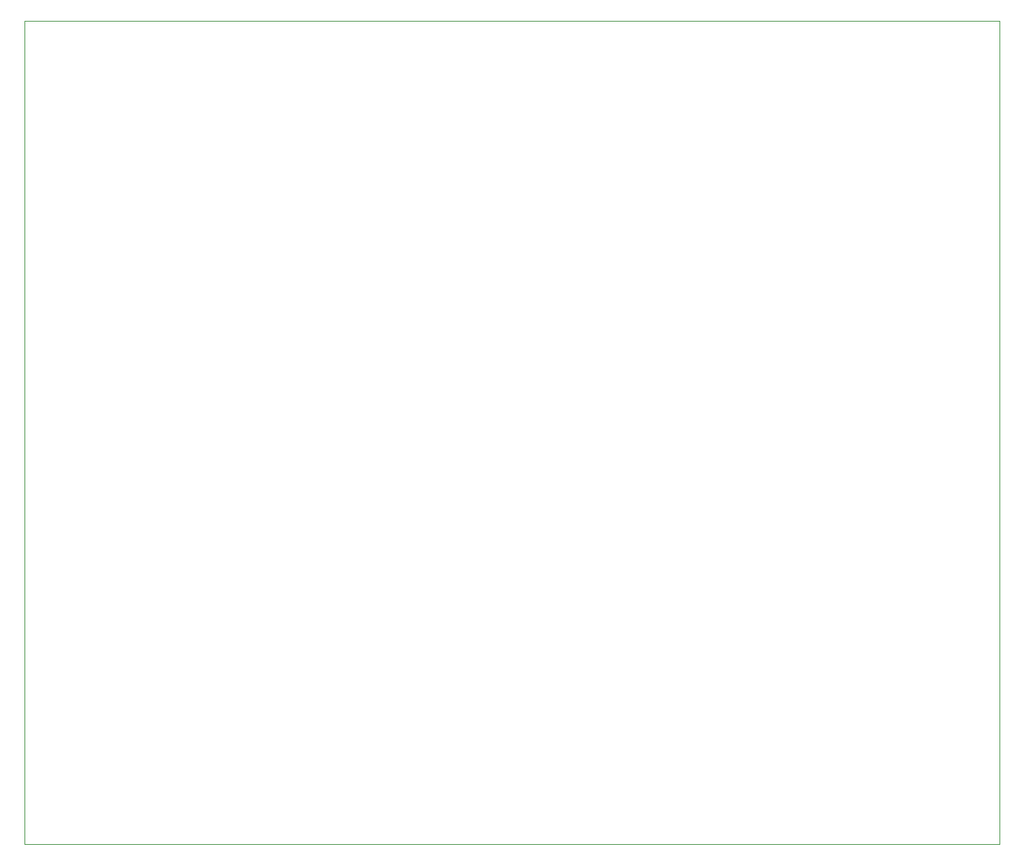
<source format=gbr>
%TF.GenerationSoftware,KiCad,Pcbnew,7.0.1*%
%TF.CreationDate,2023-04-14T12:40:57+03:00*%
%TF.ProjectId,Piirilevy,50696972-696c-4657-9679-2e6b69636164,rev?*%
%TF.SameCoordinates,Original*%
%TF.FileFunction,Profile,NP*%
%FSLAX46Y46*%
G04 Gerber Fmt 4.6, Leading zero omitted, Abs format (unit mm)*
G04 Created by KiCad (PCBNEW 7.0.1) date 2023-04-14 12:40:57*
%MOMM*%
%LPD*%
G01*
G04 APERTURE LIST*
%TA.AperFunction,Profile*%
%ADD10C,0.100000*%
%TD*%
G04 APERTURE END LIST*
D10*
X43090000Y-17640000D02*
X157570000Y-17640000D01*
X157570000Y-114390000D01*
X43090000Y-114390000D01*
X43090000Y-17640000D01*
M02*

</source>
